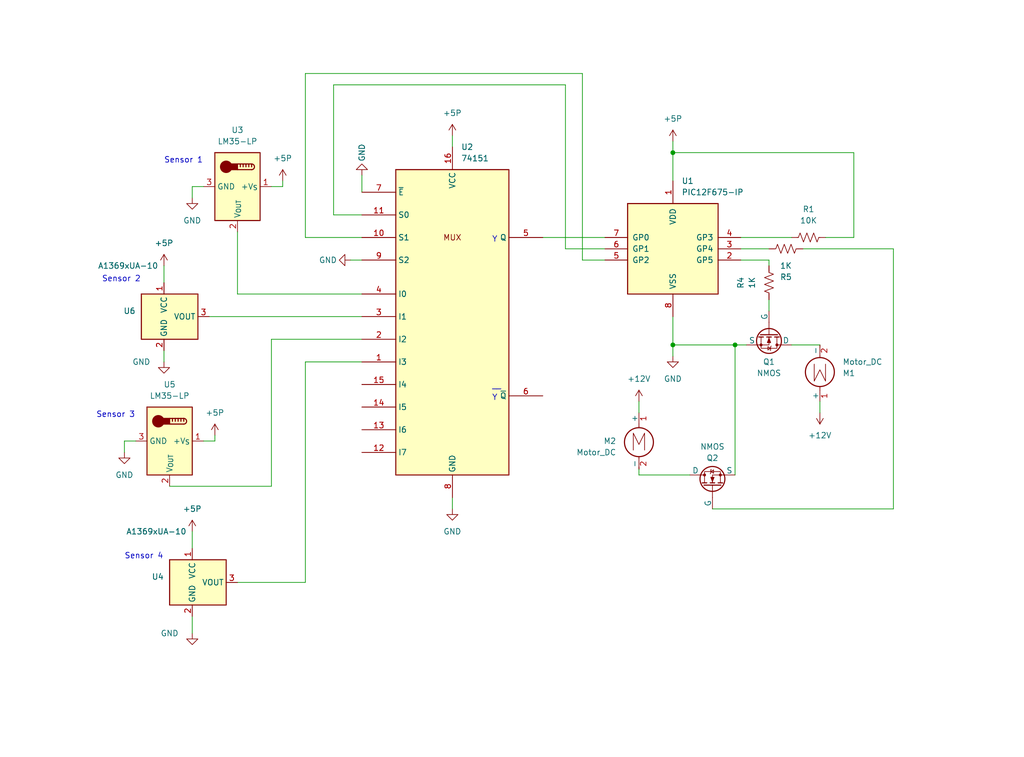
<source format=kicad_sch>
(kicad_sch (version 20230121) (generator eeschema)
  (paper "User" 229.997 170.002)
  (title_block (title "PIC12F675 and 74HC151 monitoring 4 sensors") (company "Ricardo Lima Caratti"))
  (lib_symbols
    (symbol "74xx_IEEE:74151"
      (property "Reference" "U" (at 10.16 35.56 0))
      (property "Value" "74151" (at 17.78 -40.64 0))
      (symbol "74151_0_0"
        (rectangle (start -12.7 33.02) (end 12.7 -35.56) (stroke (width 0.254)) (fill (type background)))
        (text "MUX" (at 0 17.78 0) (effects (font (size 1.27 1.27))))
        (pin power_in line (at 0 38.1 270) (length 5.08) (name "VCC") (number "16"))
        (pin power_in line (at 0 -40.64 90) (length 5.08) (name "GND") (number "8"))
      )
      (symbol "74151_1_1"
        (pin input line (at -20.32 -10.16 0) (length 7.62) (name "I3") (number "1"))
        (pin input line (at -20.32 17.78 0) (length 7.62) (name "S1") (number "10"))
        (pin input line (at -20.32 22.86 0) (length 7.62) (name "S0") (number "11"))
        (pin input line (at -20.32 -30.48 0) (length 7.62) (name "I7") (number "12"))
        (pin input line (at -20.32 -25.4 0) (length 7.62) (name "I6") (number "13"))
        (pin input line (at -20.32 -20.32 0) (length 7.62) (name "I5") (number "14"))
        (pin input line (at -20.32 -15.24 0) (length 7.62) (name "I4") (number "15"))
        (pin input line (at -20.32 -5.08 0) (length 7.62) (name "I2") (number "2"))
        (pin input line (at -20.32 0 0) (length 7.62) (name "I1") (number "3"))
        (pin input line (at -20.32 5.08 0) (length 7.62) (name "I0") (number "4"))
        (pin output line (at 20.32 17.78 180) (length 7.62) (name "Q") (number "5"))
        (pin output line (at 20.32 -17.78 180) (length 7.62) (name "~{Q}") (number "6"))
        (pin input line (at -20.32 27.94 0) (length 7.62) (name "~{E}") (number "7"))
        (pin input line (at -20.32 12.7 0) (length 7.62) (name "S2") (number "9"))
      )
    )
    (symbol "Device:R_US" (pin_numbers hide) (pin_names (offset 0))
      (property "Reference" "R" (at 2.54 0 90))
      (property "Value" "R_US" (at -2.54 0 90))
      (symbol "R_US_0_1"
        (polyline (pts (xy 0 -2.286) (xy 0 -2.54)))
        (polyline (pts (xy 0 2.286) (xy 0 2.54)))
        (polyline (pts (xy 0 -0.762) (xy 1.016 -1.143) (xy 0 -1.524) (xy -1.016 -1.905) (xy 0 -2.286)))
        (polyline (pts (xy 0 0.762) (xy 1.016 0.381) (xy 0 0) (xy -1.016 -0.381) (xy 0 -0.762)))
        (polyline (pts (xy 0 2.286) (xy 1.016 1.905) (xy 0 1.524) (xy -1.016 1.143) (xy 0 0.762)))
      )
      (symbol "R_US_1_1"
        (pin passive line (at 0 3.81 270) (length 1.27) (name "~") (number "1"))
        (pin passive line (at 0 -3.81 90) (length 1.27) (name "~") (number "2"))
      )
    )
    (symbol "MCU_Microchip_PIC12:PIC12F675-IP" (pin_names (offset 1.016))
      (property "Reference" "U" (at 1.27 13.97 0))
      (property "Value" "PIC12F675-IP" (at 1.27 11.43 0))
      (symbol "PIC12F675-IP_0_1"
        (rectangle (start 10.16 -10.16) (end -10.16 10.16) (stroke (width 0.254)) (fill (type background)))
      )
      (symbol "PIC12F675-IP_1_1"
        (pin power_in line (at 0 15.24 270) (length 5.08) (name "VDD") (number "1"))
        (pin bidirectional line (at 15.24 -2.54 180) (length 5.08) (name "GP5") (number "2"))
        (pin bidirectional line (at 15.24 0 180) (length 5.08) (name "GP4") (number "3"))
        (pin input line (at 15.24 2.54 180) (length 5.08) (name "GP3") (number "4"))
        (pin bidirectional line (at -15.24 -2.54 0) (length 5.08) (name "GP2") (number "5"))
        (pin bidirectional line (at -15.24 0 0) (length 5.08) (name "GP1") (number "6"))
        (pin bidirectional line (at -15.24 2.54 0) (length 5.08) (name "GP0") (number "7"))
        (pin power_in line (at 0 -15.24 90) (length 5.08) (name "VSS") (number "8"))
      )
    )
    (symbol "Motor:Motor_DC" (pin_names (offset 0))
      (property "Reference" "M" (at 2.54 2.54 0))
      (property "Value" "Motor_DC" (at 2.54 -5.08 0))
      (symbol "Motor_DC_0_0"
        (polyline (pts (xy -1.27 -3.302) (xy -1.27 0.508) (xy 0 -2.032) (xy 1.27 0.508) (xy 1.27 -3.302)))
      )
      (symbol "Motor_DC_0_1"
        (circle (center 0 -1.524) (radius 3.2512) (stroke (width 0.254)))
        (polyline (pts (xy 0 -7.62) (xy 0 -7.112)))
        (polyline (pts (xy 0 -4.7752) (xy 0 -5.1816)))
        (polyline (pts (xy 0 1.7272) (xy 0 2.0828)))
        (polyline (pts (xy 0 2.032) (xy 0 2.54)))
      )
      (symbol "Motor_DC_1_1"
        (pin passive line (at 0 5.08 270) (length 2.54) (name "+") (number "1"))
        (pin passive line (at 0 -7.62 90) (length 2.54) (name "-") (number "2"))
      )
    )
    (symbol "Sensor_Current:A1369xUA-10"
      (property "Reference" "U" (at 8.89 6.35 0))
      (property "Value" "A1369xUA-10" (at 8.89 3.81 0))
      (symbol "A1369xUA-10_0_1"
        (rectangle (start -5.08 5.08) (end 7.62 -5.08) (stroke (width 0.254)) (fill (type background)))
      )
      (symbol "A1369xUA-10_1_1"
        (pin power_in line (at 0 7.62 270) (length 2.54) (name "VCC") (number "1"))
        (pin power_in line (at 0 -7.62 90) (length 2.54) (name "GND") (number "2"))
        (pin output line (at 10.16 0 180) (length 2.54) (name "VOUT") (number "3"))
      )
    )
    (symbol "Sensor_Temperature:LM35-LP"
      (property "Reference" "U" (at -6.35 6.35 0))
      (property "Value" "LM35-LP" (at 1.27 6.35 0))
      (symbol "LM35-LP_0_1"
        (rectangle (start -7.62 5.08) (end 7.62 -5.08) (stroke (width 0.254)) (fill (type background)))
        (circle (center -4.445 -2.54) (radius 1.27) (stroke (width 0.254)) (fill (type outline)))
        (rectangle (start -3.81 -1.905) (end -5.08 0) (stroke (width 0.254)) (fill (type outline)))
        (arc (start -3.81 3.175) (mid -4.445 3.8073) (end -5.08 3.175) (stroke (width 0.254)))
        (polyline (pts (xy -5.08 0.635) (xy -4.445 0.635)) (stroke (width 0.254)))
        (polyline (pts (xy -5.08 1.27) (xy -4.445 1.27)) (stroke (width 0.254)))
        (polyline (pts (xy -5.08 1.905) (xy -4.445 1.905)) (stroke (width 0.254)))
        (polyline (pts (xy -5.08 2.54) (xy -4.445 2.54)) (stroke (width 0.254)))
        (polyline (pts (xy -5.08 3.175) (xy -5.08 0)) (stroke (width 0.254)))
        (polyline (pts (xy -5.08 3.175) (xy -4.445 3.175)) (stroke (width 0.254)))
        (polyline (pts (xy -3.81 3.175) (xy -3.81 0)) (stroke (width 0.254)))
      )
      (symbol "LM35-LP_1_1"
        (pin power_in line (at 0 7.62 270) (length 2.54) (name "+V_{S}") (number "1"))
        (pin output line (at 10.16 0 180) (length 2.54) (name "V_{OUT}") (number "2"))
        (pin power_in line (at 0 -7.62 90) (length 2.54) (name "GND") (number "3"))
      )
    )
    (symbol "Simulation_SPICE:NMOS" (pin_numbers hide) (pin_names (offset 0))
      (property "Reference" "Q" (at 5.08 1.27 0))
      (property "Value" "NMOS" (at 5.08 -1.27 0))
      (symbol "NMOS_0_1"
        (polyline (pts (xy 0.254 0) (xy -2.54 0)))
        (polyline (pts (xy 0.254 1.905) (xy 0.254 -1.905)) (stroke (width 0.254)))
        (polyline (pts (xy 0.762 -1.27) (xy 0.762 -2.286)) (stroke (width 0.254)))
        (polyline (pts (xy 0.762 0.508) (xy 0.762 -0.508)) (stroke (width 0.254)))
        (polyline (pts (xy 0.762 2.286) (xy 0.762 1.27)) (stroke (width 0.254)))
        (polyline (pts (xy 2.54 2.54) (xy 2.54 1.778)))
        (polyline (pts (xy 2.54 -2.54) (xy 2.54 0) (xy 0.762 0)))
        (polyline (pts (xy 0.762 -1.778) (xy 3.302 -1.778) (xy 3.302 1.778) (xy 0.762 1.778)))
        (polyline (pts (xy 1.016 0) (xy 2.032 0.381) (xy 2.032 -0.381) (xy 1.016 0)) (fill (type outline)))
        (polyline (pts (xy 2.794 0.508) (xy 2.921 0.381) (xy 3.683 0.381) (xy 3.81 0.254)))
        (polyline (pts (xy 3.302 0.381) (xy 2.921 -0.254) (xy 3.683 -0.254) (xy 3.302 0.381)))
        (circle (center 1.651 0) (radius 2.794) (stroke (width 0.254)))
        (circle (center 2.54 -1.778) (radius 0.254) (fill (type outline)))
        (circle (center 2.54 1.778) (radius 0.254) (fill (type outline)))
      )
      (symbol "NMOS_1_1"
        (pin passive line (at 2.54 5.08 270) (length 2.54) (name "D") (number "1"))
        (pin input line (at -5.08 0 0) (length 2.54) (name "G") (number "2"))
        (pin passive line (at 2.54 -5.08 90) (length 2.54) (name "S") (number "3"))
      )
    )
    (symbol "power:+12V" (power) (pin_names (offset 0))
      (property "Value" "+12V" (at 0 3.556 0))
      (symbol "+12V_0_1"
        (polyline (pts (xy -0.762 1.27) (xy 0 2.54)))
        (polyline (pts (xy 0 0) (xy 0 2.54)))
        (polyline (pts (xy 0 2.54) (xy 0.762 1.27)))
      )
      (symbol "+12V_1_1"
        (pin power_in line (at 0 0 90) (length 0) hide (name "+12V") (number "1"))
      )
    )
    (symbol "power:+5P" (power) (pin_names (offset 0))
      (property "Value" "+5P" (at 0 3.556 0))
      (symbol "+5P_0_1"
        (polyline (pts (xy -0.762 1.27) (xy 0 2.54)))
        (polyline (pts (xy 0 0) (xy 0 2.54)))
        (polyline (pts (xy 0 2.54) (xy 0.762 1.27)))
      )
      (symbol "+5P_1_1"
        (pin power_in line (at 0 0 90) (length 0) hide (name "+5P") (number "1"))
      )
    )
    (symbol "power:GND" (power) (pin_names (offset 0))
      (property "Value" "GND" (at 0 -3.81 0))
      (symbol "GND_0_1"
        (polyline (pts (xy 0 0) (xy 0 -1.27) (xy 1.27 -1.27) (xy 0 -2.54) (xy -1.27 -1.27) (xy 0 -1.27)))
      )
      (symbol "GND_1_1"
        (pin power_in line (at 0 0 270) (length 0) hide (name "GND") (number "1"))
      )
    )
  )
  (junction (at 151.13 34.29))
  (junction (at 165.1 77.47))
  (junction (at 151.13 77.47))
  (wire (pts (xy 81.28 53.34) (xy 68.58 53.34)))
  (wire (pts (xy 45.72 41.91) (xy 43.18 41.91)))
  (wire (pts (xy 81.28 76.2) (xy 60.96 76.2)))
  (wire (pts (xy 143.51 90.17) (xy 143.51 92.71)))
  (wire (pts (xy 74.93 19.05) (xy 127 19.05)))
  (wire (pts (xy 172.72 58.42) (xy 172.72 59.69)))
  (wire (pts (xy 46.99 71.12) (xy 81.28 71.12)))
  (wire (pts (xy 68.58 53.34) (xy 68.58 16.51)))
  (wire (pts (xy 172.72 67.31) (xy 172.72 69.85)))
  (wire (pts (xy 166.37 58.42) (xy 172.72 58.42)))
  (wire (pts (xy 165.1 77.47) (xy 165.1 106.68)))
  (wire (pts (xy 81.28 39.37) (xy 81.28 43.18)))
  (wire (pts (xy 36.83 59.69) (xy 36.83 63.5)))
  (wire (pts (xy 60.96 41.91) (xy 63.5 41.91)))
  (wire (pts (xy 143.51 105.41) (xy 143.51 106.68)))
  (wire (pts (xy 143.51 106.68) (xy 154.94 106.68)))
  (wire (pts (xy 191.77 34.29) (xy 151.13 34.29)))
  (wire (pts (xy 130.81 58.42) (xy 135.89 58.42)))
  (wire (pts (xy 130.81 16.51) (xy 130.81 58.42)))
  (wire (pts (xy 177.8 77.47) (xy 184.15 77.47)))
  (wire (pts (xy 43.18 119.38) (xy 43.18 123.19)))
  (wire (pts (xy 151.13 34.29) (xy 151.13 40.64)))
  (wire (pts (xy 48.26 99.06) (xy 48.26 97.79)))
  (wire (pts (xy 101.6 30.48) (xy 101.6 33.02)))
  (wire (pts (xy 184.15 90.17) (xy 184.15 92.71)))
  (wire (pts (xy 68.58 16.51) (xy 130.81 16.51)))
  (wire (pts (xy 200.66 55.88) (xy 200.66 114.3)))
  (wire (pts (xy 36.83 81.28) (xy 36.83 78.74)))
  (wire (pts (xy 30.48 99.06) (xy 27.94 99.06)))
  (wire (pts (xy 81.28 48.26) (xy 74.93 48.26)))
  (wire (pts (xy 151.13 31.75) (xy 151.13 34.29)))
  (wire (pts (xy 151.13 71.12) (xy 151.13 77.47)))
  (wire (pts (xy 53.34 130.81) (xy 68.58 130.81)))
  (wire (pts (xy 27.94 99.06) (xy 27.94 101.6)))
  (wire (pts (xy 166.37 55.88) (xy 172.72 55.88)))
  (wire (pts (xy 60.96 76.2) (xy 60.96 109.22)))
  (wire (pts (xy 60.96 109.22) (xy 38.1 109.22)))
  (wire (pts (xy 53.34 66.04) (xy 81.28 66.04)))
  (wire (pts (xy 53.34 52.07) (xy 53.34 66.04)))
  (wire (pts (xy 101.6 111.76) (xy 101.6 114.3)))
  (wire (pts (xy 151.13 77.47) (xy 151.13 80.01)))
  (wire (pts (xy 121.92 53.34) (xy 135.89 53.34)))
  (wire (pts (xy 166.37 53.34) (xy 177.8 53.34)))
  (wire (pts (xy 45.72 99.06) (xy 48.26 99.06)))
  (wire (pts (xy 127 55.88) (xy 135.89 55.88)))
  (wire (pts (xy 68.58 130.81) (xy 68.58 81.28)))
  (wire (pts (xy 68.58 81.28) (xy 81.28 81.28)))
  (wire (pts (xy 43.18 138.43) (xy 43.18 142.24)))
  (wire (pts (xy 185.42 53.34) (xy 191.77 53.34)))
  (wire (pts (xy 191.77 53.34) (xy 191.77 34.29)))
  (wire (pts (xy 74.93 48.26) (xy 74.93 19.05)))
  (wire (pts (xy 180.34 55.88) (xy 200.66 55.88)))
  (wire (pts (xy 43.18 41.91) (xy 43.18 44.45)))
  (wire (pts (xy 78.74 58.42) (xy 81.28 58.42)))
  (wire (pts (xy 165.1 77.47) (xy 167.64 77.47)))
  (wire (pts (xy 151.13 77.47) (xy 165.1 77.47)))
  (wire (pts (xy 63.5 41.91) (xy 63.5 40.64)))
  (wire (pts (xy 127 19.05) (xy 127 55.88)))
  (wire (pts (xy 200.66 114.3) (xy 160.02 114.3)))
  (text "Sensor 4" (at 27.94 125.73 0) (effects (font (size 1.27 1.27)) (justify left bottom)))
  (text "Sensor 3" (at 21.59 93.98 0) (effects (font (size 1.27 1.27)) (justify left bottom)))
  (text "Sensor 2" (at 22.86 63.5 0) (effects (font (size 1.27 1.27)) (justify left bottom)))
  (text "__" (at 110.49 87.63 0) (effects (font (size 1.27 1.27)) (justify left bottom)))
  (text "Y" (at 110.49 54.61 0) (effects (font (size 1.27 1.27)) (justify left bottom)))
  (text "Sensor 1" (at 36.83 36.83 0) (effects (font (size 1.27 1.27)) (justify left bottom)))
  (text "Y" (at 110.49 90.17 0) (effects (font (size 1.27 1.27)) (justify left bottom)))
  (symbol (lib_id "power:+5P") (at 48.26 97.79 0) (unit 1)
    (property "Reference" "#PWR010" (effects hide))
    (property "Value" "+5P" (at 48.26 92.71 0))
  )
  (symbol (lib_id "power:GND") (at 81.28 39.37 180) (unit 1)
    (property "Reference" "#PWR016" (effects hide))
    (property "Value" "GND" (at 81.28 34.29 90))
  )
  (symbol (lib_id "power:GND") (at 101.6 114.3 0) (unit 1)
    (property "Reference" "#PWR02" (effects hide))
    (property "Value" "GND" (at 101.6 119.38 0))
  )
  (symbol (lib_id "power:GND") (at 36.83 81.28 0) (unit 1)
    (property "Reference" "#PWR015" (effects hide))
    (property "Value" "GND" (at 31.75 81.28 0))
  )
  (symbol (lib_id "Device:R_US") (at 181.61 53.34 90) (unit 1)
    (property "Reference" "R1" (at 181.61 46.99 90))
    (property "Value" "10K" (at 181.61 49.53 90))
  )
  (symbol (lib_id "Simulation_SPICE:NMOS") (at 160.02 109.22 90) (unit 1)
    (property "Reference" "Q2" (at 160.02 102.87 90))
    (property "Value" "NMOS" (at 160.02 100.33 90))
    (property "Datasheet" "https://ngspice.sourceforge.io/docs/ngspice-manual.pdf" (effects hide))
    (property "Sim.Device" "NMOS" (effects hide))
    (property "Sim.Type" "VDMOS" (effects hide))
    (property "Sim.Pins" "1=D 2=G 3=S" (effects hide))
  )
  (symbol (lib_id "power:GND") (at 151.13 80.01 0) (unit 1)
    (property "Reference" "#PWR03" (effects hide))
    (property "Value" "GND" (at 151.13 85.09 0))
  )
  (symbol (lib_id "power:+5P") (at 151.13 31.75 0) (unit 1)
    (property "Reference" "#PWR01" (effects hide))
    (property "Value" "+5P" (at 151.13 26.67 0))
  )
  (symbol (lib_id "power:+5P") (at 101.6 30.48 0) (unit 1)
    (property "Reference" "#PWR04" (effects hide))
    (property "Value" "+5P" (at 101.6 25.4 0))
  )
  (symbol (lib_id "Device:R_US") (at 176.53 55.88 270) (unit 1)
    (property "Reference" "R5" (at 176.53 62.23 90))
    (property "Value" "1K" (at 176.53 59.69 90))
  )
  (symbol (lib_id "power:GND") (at 78.74 58.42 270) (unit 1)
    (property "Reference" "#PWR05" (effects hide))
    (property "Value" "GND" (at 73.66 58.42 90))
  )
  (symbol (lib_id "74xx_IEEE:74151") (at 101.6 71.12 0) (unit 1)
    (property "Reference" "U2" (at 103.5559 33.02 0) (effects (justify left)))
    (property "Value" "74151" (at 103.5559 35.56 0) (effects (justify left)))
  )
  (symbol (lib_id "Motor:Motor_DC") (at 184.15 85.09 0) (mirror x) (unit 1)
    (property "Reference" "M1" (at 189.23 83.82 0) (effects (justify left)))
    (property "Value" "Motor_DC" (at 189.23 81.28 0) (effects (justify left)))
  )
  (symbol (lib_id "power:+5P") (at 43.18 119.38 0) (unit 1)
    (property "Reference" "#PWR012" (effects hide))
    (property "Value" "+5P" (at 43.18 114.3 0))
  )
  (symbol (lib_id "MCU_Microchip_PIC12:PIC12F675-IP") (at 151.13 55.88 0) (unit 1)
    (property "Reference" "U1" (at 153.0859 40.64 0) (effects (justify left)))
    (property "Value" "PIC12F675-IP" (at 153.0859 43.18 0) (effects (justify left)))
    (property "Footprint" "Package_DIP:DIP-8_W7.62mm" (effects hide))
    (property "Datasheet" "http://ww1.microchip.com/downloads/en/DeviceDoc/41190G.pdf" (effects hide))
  )
  (symbol (lib_id "power:GND") (at 43.18 142.24 0) (unit 1)
    (property "Reference" "#PWR011" (effects hide))
    (property "Value" "GND" (at 38.1 142.24 0))
  )
  (symbol (lib_id "Device:R_US") (at 172.72 63.5 180) (unit 1)
    (property "Reference" "R4" (at 166.37 63.5 90))
    (property "Value" "1K" (at 168.91 63.5 90))
  )
  (symbol (lib_id "Sensor_Temperature:LM35-LP") (at 38.1 99.06 270) (unit 1)
    (property "Reference" "U5" (at 38.1 86.36 90))
    (property "Value" "LM35-LP" (at 38.1 88.9 90))
    (property "Footprint" "Package_TO_SOT_THT:TO-92_Inline" (effects hide))
    (property "Datasheet" "http://www.ti.com/lit/ds/symlink/lm35.pdf" (effects hide))
  )
  (symbol (lib_id "power:GND") (at 43.18 44.45 0) (unit 1)
    (property "Reference" "#PWR07" (effects hide))
    (property "Value" "GND" (at 43.18 49.53 0))
  )
  (symbol (lib_id "power:+12V") (at 184.15 92.71 180) (unit 1)
    (property "Reference" "#PWR013" (effects hide))
    (property "Value" "+12V" (at 184.15 97.79 0))
  )
  (symbol (lib_id "Sensor_Current:A1369xUA-10") (at 43.18 130.81 0) (unit 1)
    (property "Reference" "U4" (at 36.83 129.54 0) (effects (justify right)))
    (property "Value" "A1369xUA-10" (at 41.91 119.38 0) (effects (justify right)))
    (property "Footprint" "Sensor_Current:Allegro_SIP-3" (effects hide))
    (property "Datasheet" "http://www.allegromicro.com/~/media/Files/Datasheets/A1369-Datasheet.ashx?la=en" (effects hide))
  )
  (symbol (lib_id "power:GND") (at 27.94 101.6 0) (unit 1)
    (property "Reference" "#PWR08" (effects hide))
    (property "Value" "GND" (at 27.94 106.68 0))
  )
  (symbol (lib_id "power:+12V") (at 143.51 90.17 0) (unit 1)
    (property "Reference" "#PWR014" (effects hide))
    (property "Value" "+12V" (at 143.51 85.09 0))
  )
  (symbol (lib_id "power:+5P") (at 36.83 59.69 0) (unit 1)
    (property "Reference" "#PWR09" (effects hide))
    (property "Value" "+5P" (at 36.83 54.61 0))
  )
  (symbol (lib_id "Motor:Motor_DC") (at 143.51 97.79 0) (mirror y) (unit 1)
    (property "Reference" "M2" (at 138.43 99.06 0) (effects (justify left)))
    (property "Value" "Motor_DC" (at 138.43 101.6 0) (effects (justify left)))
  )
  (symbol (lib_id "Simulation_SPICE:NMOS") (at 172.72 74.93 270) (unit 1)
    (property "Reference" "Q1" (at 172.72 81.28 90))
    (property "Value" "NMOS" (at 172.72 83.82 90))
    (property "Datasheet" "https://ngspice.sourceforge.io/docs/ngspice-manual.pdf" (effects hide))
    (property "Sim.Device" "NMOS" (effects hide))
    (property "Sim.Type" "VDMOS" (effects hide))
    (property "Sim.Pins" "1=D 2=G 3=S" (effects hide))
  )
  (symbol (lib_id "power:+5P") (at 63.5 40.64 0) (unit 1)
    (property "Reference" "#PWR06" (effects hide))
    (property "Value" "+5P" (at 63.5 35.56 0))
  )
  (symbol (lib_id "Sensor_Current:A1369xUA-10") (at 36.83 71.12 0) (unit 1)
    (property "Reference" "U6" (at 30.48 69.85 0) (effects (justify right)))
    (property "Value" "A1369xUA-10" (at 35.56 59.69 0) (effects (justify right)))
    (property "Footprint" "Sensor_Current:Allegro_SIP-3" (effects hide))
    (property "Datasheet" "http://www.allegromicro.com/~/media/Files/Datasheets/A1369-Datasheet.ashx?la=en" (effects hide))
  )
  (symbol (lib_id "Sensor_Temperature:LM35-LP") (at 53.34 41.91 270) (unit 1)
    (property "Reference" "U3" (at 53.34 29.21 90))
    (property "Value" "LM35-LP" (at 53.34 31.75 90))
    (property "Footprint" "Package_TO_SOT_THT:TO-92_Inline" (effects hide))
    (property "Datasheet" "http://www.ti.com/lit/ds/symlink/lm35.pdf" (effects hide))
  )
)
</source>
